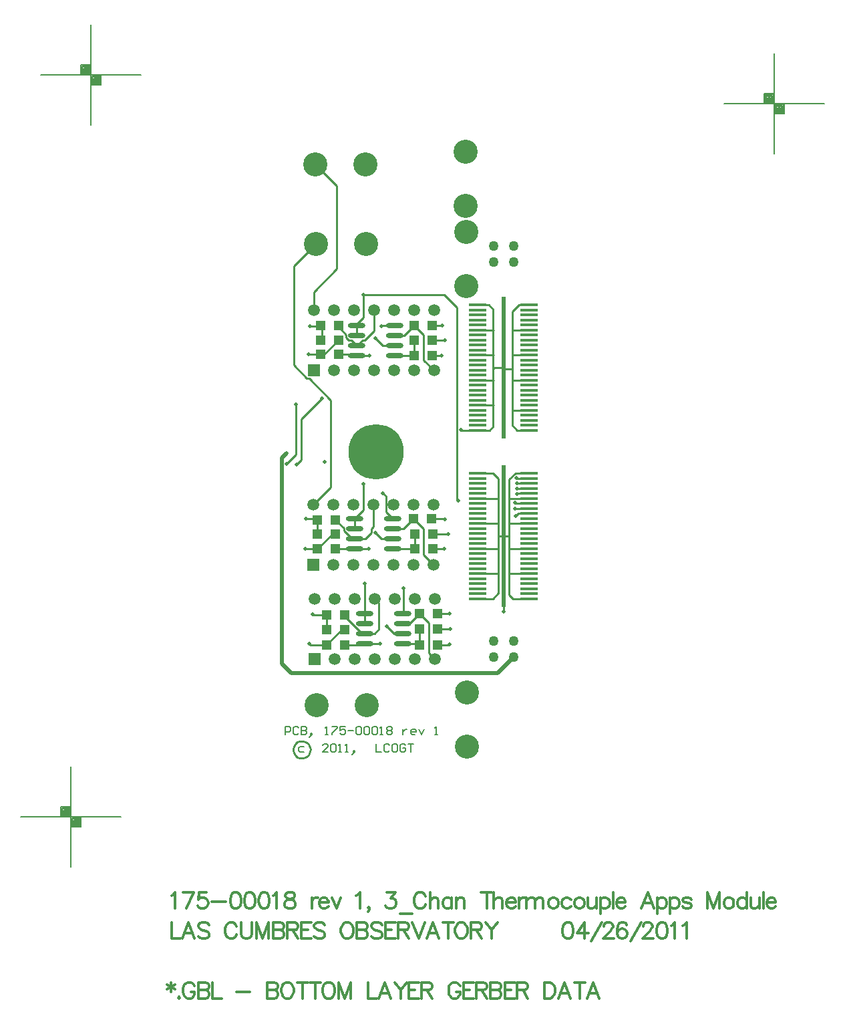
<source format=gbl>
%FSLAX23Y23*%
%MOIN*%
G70*
G01*
G75*
G04 Layer_Physical_Order=4*
G04 Layer_Color=16711680*
%ADD10O,0.024X0.079*%
%ADD11R,0.070X0.135*%
%ADD12R,0.039X0.059*%
%ADD13C,0.010*%
%ADD14C,0.020*%
%ADD15C,0.012*%
%ADD16C,0.008*%
%ADD17C,0.012*%
%ADD18C,0.012*%
%ADD19C,0.120*%
%ADD20C,0.050*%
%ADD21C,0.059*%
%ADD22R,0.059X0.059*%
%ADD23C,0.276*%
%ADD24C,0.020*%
%ADD25C,0.040*%
%ADD26C,0.110*%
G04:AMPARAMS|DCode=27|XSize=130mil|YSize=130mil|CornerRadius=0mil|HoleSize=0mil|Usage=FLASHONLY|Rotation=0.000|XOffset=0mil|YOffset=0mil|HoleType=Round|Shape=Relief|Width=10mil|Gap=10mil|Entries=4|*
%AMTHD27*
7,0,0,0.130,0.110,0.010,45*
%
%ADD27THD27*%
%ADD28C,0.065*%
G04:AMPARAMS|DCode=29|XSize=85mil|YSize=85mil|CornerRadius=0mil|HoleSize=0mil|Usage=FLASHONLY|Rotation=0.000|XOffset=0mil|YOffset=0mil|HoleType=Round|Shape=Relief|Width=10mil|Gap=10mil|Entries=4|*
%AMTHD29*
7,0,0,0.085,0.065,0.010,45*
%
%ADD29THD29*%
%ADD30C,0.075*%
G04:AMPARAMS|DCode=31|XSize=95.433mil|YSize=95.433mil|CornerRadius=0mil|HoleSize=0mil|Usage=FLASHONLY|Rotation=0.000|XOffset=0mil|YOffset=0mil|HoleType=Round|Shape=Relief|Width=10mil|Gap=10mil|Entries=4|*
%AMTHD31*
7,0,0,0.095,0.075,0.010,45*
%
%ADD31THD31*%
%ADD32C,0.197*%
G04:AMPARAMS|DCode=33|XSize=70mil|YSize=70mil|CornerRadius=0mil|HoleSize=0mil|Usage=FLASHONLY|Rotation=0.000|XOffset=0mil|YOffset=0mil|HoleType=Round|Shape=Relief|Width=10mil|Gap=10mil|Entries=4|*
%AMTHD33*
7,0,0,0.070,0.050,0.010,45*
%
%ADD33THD33*%
%ADD34R,0.050X0.050*%
%ADD35O,0.087X0.024*%
%ADD36R,0.020X0.709*%
%ADD37R,0.085X0.016*%
D13*
X24897Y16590D02*
X24895Y16600D01*
X24892Y16609D01*
X24887Y16617D01*
X24879Y16624D01*
X24871Y16629D01*
X24861Y16632D01*
X24852Y16633D01*
X24842Y16631D01*
X24833Y16627D01*
X24825Y16621D01*
X24819Y16613D01*
X24814Y16605D01*
X24812Y16595D01*
Y16585D01*
X24814Y16576D01*
X24819Y16567D01*
X24825Y16559D01*
X24833Y16553D01*
X24842Y16549D01*
X24852Y16548D01*
X24861Y16548D01*
X24871Y16551D01*
X24879Y16556D01*
X24887Y16563D01*
X24892Y16571D01*
X24895Y16580D01*
X24897Y16590D01*
X25648Y18184D02*
X25649Y18183D01*
X25733D01*
X25810Y18488D02*
X25818Y18496D01*
X25810Y18488D02*
Y18558D01*
Y18433D02*
Y18488D01*
X25818Y18496D02*
X25861D01*
X25905Y18487D02*
Y18775D01*
Y18208D02*
Y18487D01*
X25870D02*
X25905D01*
X25810Y18683D02*
Y18785D01*
Y18558D02*
Y18683D01*
Y18308D02*
Y18433D01*
Y18201D02*
Y18308D01*
Y18558D02*
X25811D01*
X25733D02*
X25810D01*
Y18683D02*
X25811D01*
X25733D02*
X25810D01*
Y18433D02*
X25811D01*
X25733D02*
X25810D01*
Y18308D02*
X25811D01*
X25733D02*
X25810D01*
X25861Y18496D02*
X25870Y18487D01*
X25906Y18283D02*
X25989D01*
X25906Y18433D02*
X25989D01*
X25906Y18558D02*
X25989D01*
X25906Y18683D02*
X25989D01*
X25938Y18808D02*
X25989D01*
X25905Y18775D02*
X25938Y18808D01*
X25905Y18208D02*
X25930Y18183D01*
X25989D01*
X25733D02*
X25792D01*
X25810Y18201D01*
X25787Y18808D02*
X25810Y18785D01*
X25733Y18808D02*
X25787D01*
X25462Y18532D02*
X25514Y18480D01*
X25462Y18532D02*
Y18657D01*
X25414Y18705D02*
X25462Y18657D01*
X25364Y18655D02*
X25414Y18705D01*
X25319Y18655D02*
X25364D01*
X25223Y18640D02*
X25258Y18605D01*
X25319D01*
X25256Y18705D02*
X25319D01*
X25253Y18702D02*
X25256Y18705D01*
X24889Y18561D02*
X24890Y18560D01*
X24949D01*
X25214Y18677D02*
Y18780D01*
X25170Y18633D02*
X25214Y18677D01*
X25158Y18633D02*
X25170D01*
X25130Y18605D02*
X25158Y18633D01*
X25101D02*
X25130Y18605D01*
X25089Y18633D02*
X25101D01*
X25076Y18646D02*
X25089Y18633D01*
X25076Y18646D02*
Y18658D01*
X25037Y18697D02*
X25076Y18658D01*
X25037Y18697D02*
Y18704D01*
X24951Y18702D02*
X24954Y18705D01*
X25162Y18745D02*
Y18858D01*
X25130Y18713D02*
X25162Y18745D01*
X25130Y18705D02*
Y18713D01*
Y18655D02*
Y18705D01*
X25125Y18560D02*
X25130Y18555D01*
X25130Y18554D01*
X25504Y18630D02*
X25566D01*
X25567Y18631D01*
X25130Y18554D02*
X25192D01*
X25044Y18560D02*
X25125D01*
X25414Y18555D02*
Y18630D01*
X25319Y18555D02*
X25414D01*
X25567Y17741D02*
X25569Y17739D01*
X25503Y17741D02*
X25567D01*
X25508Y17591D02*
X25566D01*
X24876Y17740D02*
X24929D01*
X24933Y17736D01*
Y17666D02*
Y17736D01*
X25274Y17775D02*
X25308Y17741D01*
X25274Y17775D02*
Y17854D01*
X25259Y17868D02*
X25274Y17854D01*
X24871Y17592D02*
X24872Y17591D01*
X24933D01*
X25008Y17666D01*
X25023D01*
X25161Y17784D02*
Y17915D01*
X25119Y17741D02*
X25161Y17784D01*
X25119Y17691D02*
Y17741D01*
X25213Y17703D02*
Y17811D01*
X25201Y17691D02*
X25213Y17703D01*
X25201Y17671D02*
Y17691D01*
X25172Y17642D02*
X25201Y17671D01*
X25120Y17642D02*
X25172D01*
X25119Y17641D02*
X25120Y17642D01*
X25106Y17641D02*
X25119D01*
X25065Y17682D02*
X25106Y17641D01*
X25065Y17682D02*
Y17694D01*
X25023Y17736D02*
X25065Y17694D01*
X25508Y17666D02*
X25510Y17664D01*
X25585D01*
X25188Y17591D02*
X25189Y17590D01*
X25119Y17591D02*
X25188D01*
X25023D02*
X25119D01*
X25221Y17671D02*
X25251Y17641D01*
X25308D01*
X25418Y17591D02*
Y17666D01*
X25308Y17591D02*
X25418D01*
X25308Y17691D02*
X25363D01*
X25413Y17741D01*
X25461Y17693D01*
Y17563D02*
Y17693D01*
Y17563D02*
X25513Y17511D01*
X25068Y17256D02*
Y17263D01*
Y17256D02*
X25156Y17168D01*
X25168D01*
Y17417D02*
X25169Y17417D01*
X25168Y17268D02*
Y17417D01*
Y17218D02*
Y17268D01*
X25218Y17343D02*
X25240Y17321D01*
Y17190D02*
Y17321D01*
X25218Y17168D02*
X25240Y17190D01*
X25168Y17168D02*
X25218D01*
X25357Y17268D02*
X25363Y17274D01*
Y17396D01*
X24893Y17118D02*
X24898Y17113D01*
X24978D01*
X25592Y17268D02*
X25593Y17267D01*
X25533Y17268D02*
X25592D01*
X25591Y17113D02*
X25592Y17114D01*
X25533Y17113D02*
X25591D01*
X25488Y17073D02*
X25518Y17043D01*
X25488Y17073D02*
Y17223D01*
X25443Y17268D02*
X25488Y17223D01*
X25393Y17218D02*
X25443Y17268D01*
X25357Y17218D02*
X25393D01*
X25278Y17206D02*
X25316Y17168D01*
X25357D01*
X25438Y17118D02*
X25443Y17123D01*
Y17193D01*
X25357Y17118D02*
X25438D01*
X25168D02*
X25169Y17118D01*
X25163Y17113D02*
X25168Y17118D01*
X25533Y17193D02*
X25595D01*
X25169Y17118D02*
X25246D01*
X25068Y17113D02*
X25163D01*
X24978D02*
X25055Y17190D01*
X24910Y17264D02*
X24911Y17263D01*
X24978D01*
Y17188D02*
Y17263D01*
X25733Y17343D02*
X25807D01*
X25733Y17593D02*
X25830D01*
X25733Y17468D02*
X25830D01*
X25807Y17343D02*
X25834Y17370D01*
X25861Y17278D02*
X25862Y17277D01*
X25834Y17370D02*
Y17656D01*
X25861Y17656D02*
X25890D01*
X25834D02*
X25861D01*
X25733Y17843D02*
X25830D01*
X25733Y17718D02*
X25830D01*
X25733Y17968D02*
X25807D01*
X25834Y17941D01*
X25861Y17278D02*
Y17656D01*
X25834Y17656D02*
Y17941D01*
Y17656D02*
X25834Y17656D01*
X25890Y17466D02*
Y17656D01*
Y17362D02*
X25909Y17343D01*
X25890Y17362D02*
Y17466D01*
X25892Y17468D01*
X25909Y17343D02*
X25989D01*
X25892Y17593D02*
X25989D01*
X25892Y17468D02*
X25989D01*
X25890Y17656D02*
Y17937D01*
X25890Y17656D02*
X25890Y17656D01*
Y17937D02*
X25921Y17968D01*
X25892Y17718D02*
X25989D01*
X25892Y17843D02*
X25989D01*
X25921Y17968D02*
X25989D01*
X25930Y17865D02*
X25933Y17868D01*
X25989D01*
X25930Y17893D02*
X25989D01*
X25928Y17891D02*
X25930Y17893D01*
X25928Y17918D02*
X25989D01*
X25927Y17917D02*
X25928Y17918D01*
X25927Y17943D02*
X25989D01*
X25926Y17944D02*
X25927Y17943D01*
X24824Y18060D02*
Y18312D01*
X24779Y18015D02*
X24824Y18060D01*
X24853Y18239D02*
X24954Y18340D01*
X24853Y18035D02*
Y18239D01*
X24829Y18011D02*
X24853Y18035D01*
X24913Y17811D02*
X24999Y17897D01*
Y18332D01*
X24891Y18440D02*
X24999Y18332D01*
X24880Y18440D02*
X24891D01*
X24814Y18507D02*
X24880Y18440D01*
X24814Y18507D02*
Y19000D01*
X24923Y19109D01*
X24914Y18780D02*
Y18872D01*
X25030Y18988D01*
Y19402D01*
X24923Y19509D02*
X25030Y19402D01*
X25936Y17768D02*
X25989D01*
X25922Y17754D02*
X25936Y17768D01*
X25919Y17793D02*
X25989D01*
X25917Y17791D02*
X25919Y17793D01*
X25919Y17818D02*
X25989D01*
X25917Y17820D02*
X25919Y17818D01*
X25628Y17839D02*
X25634Y17833D01*
X25628Y17839D02*
Y18796D01*
X25566Y18858D02*
X25628Y18796D01*
X25162Y18858D02*
X25566D01*
X24966Y18560D02*
X25037Y18631D01*
X24949Y18560D02*
X24966D01*
X25504Y18555D02*
X25551D01*
X25551Y18555D01*
X25504Y18705D02*
X25555D01*
X25556Y18704D01*
X24954Y18630D02*
Y18704D01*
X24895Y18702D02*
X24951D01*
X24954Y18704D02*
Y18705D01*
D14*
X25832Y16972D02*
X25911Y17051D01*
X24801Y16972D02*
X25832D01*
X24754Y17019D02*
X24801Y16972D01*
X24754Y17019D02*
Y18045D01*
X24778Y18069D01*
D15*
X24202Y15429D02*
Y15383D01*
X24183Y15418D02*
X24221Y15395D01*
Y15418D02*
X24183Y15395D01*
X24241Y15357D02*
X24238Y15353D01*
X24241Y15349D01*
X24245Y15353D01*
X24241Y15357D01*
X24320Y15410D02*
X24316Y15418D01*
X24308Y15425D01*
X24301Y15429D01*
X24286D01*
X24278Y15425D01*
X24270Y15418D01*
X24266Y15410D01*
X24263Y15399D01*
Y15380D01*
X24266Y15368D01*
X24270Y15361D01*
X24278Y15353D01*
X24286Y15349D01*
X24301D01*
X24308Y15353D01*
X24316Y15361D01*
X24320Y15368D01*
Y15380D01*
X24301D02*
X24320D01*
X24338Y15429D02*
Y15349D01*
Y15429D02*
X24372D01*
X24384Y15425D01*
X24388Y15421D01*
X24391Y15414D01*
Y15406D01*
X24388Y15399D01*
X24384Y15395D01*
X24372Y15391D01*
X24338D02*
X24372D01*
X24384Y15387D01*
X24388Y15383D01*
X24391Y15376D01*
Y15364D01*
X24388Y15357D01*
X24384Y15353D01*
X24372Y15349D01*
X24338D01*
X24409Y15429D02*
Y15349D01*
X24455D01*
X24527Y15383D02*
X24595D01*
X24682Y15429D02*
Y15349D01*
Y15429D02*
X24716D01*
X24727Y15425D01*
X24731Y15421D01*
X24735Y15414D01*
Y15406D01*
X24731Y15399D01*
X24727Y15395D01*
X24716Y15391D01*
X24682D02*
X24716D01*
X24727Y15387D01*
X24731Y15383D01*
X24735Y15376D01*
Y15364D01*
X24731Y15357D01*
X24727Y15353D01*
X24716Y15349D01*
X24682D01*
X24776Y15429D02*
X24768Y15425D01*
X24760Y15418D01*
X24757Y15410D01*
X24753Y15399D01*
Y15380D01*
X24757Y15368D01*
X24760Y15361D01*
X24768Y15353D01*
X24776Y15349D01*
X24791D01*
X24799Y15353D01*
X24806Y15361D01*
X24810Y15368D01*
X24814Y15380D01*
Y15399D01*
X24810Y15410D01*
X24806Y15418D01*
X24799Y15425D01*
X24791Y15429D01*
X24776D01*
X24859D02*
Y15349D01*
X24832Y15429D02*
X24886D01*
X24922D02*
Y15349D01*
X24895Y15429D02*
X24949D01*
X24981D02*
X24973Y15425D01*
X24966Y15418D01*
X24962Y15410D01*
X24958Y15399D01*
Y15380D01*
X24962Y15368D01*
X24966Y15361D01*
X24973Y15353D01*
X24981Y15349D01*
X24996D01*
X25004Y15353D01*
X25011Y15361D01*
X25015Y15368D01*
X25019Y15380D01*
Y15399D01*
X25015Y15410D01*
X25011Y15418D01*
X25004Y15425D01*
X24996Y15429D01*
X24981D01*
X25038D02*
Y15349D01*
Y15429D02*
X25068Y15349D01*
X25099Y15429D02*
X25068Y15349D01*
X25099Y15429D02*
Y15349D01*
X25184Y15429D02*
Y15349D01*
X25230D01*
X25300D02*
X25269Y15429D01*
X25239Y15349D01*
X25250Y15376D02*
X25288D01*
X25318Y15429D02*
X25349Y15391D01*
Y15349D01*
X25379Y15429D02*
X25349Y15391D01*
X25439Y15429D02*
X25390D01*
Y15349D01*
X25439D01*
X25390Y15391D02*
X25420D01*
X25452Y15429D02*
Y15349D01*
Y15429D02*
X25487D01*
X25498Y15425D01*
X25502Y15421D01*
X25506Y15414D01*
Y15406D01*
X25502Y15399D01*
X25498Y15395D01*
X25487Y15391D01*
X25452D01*
X25479D02*
X25506Y15349D01*
X25644Y15410D02*
X25640Y15418D01*
X25632Y15425D01*
X25625Y15429D01*
X25609D01*
X25602Y15425D01*
X25594Y15418D01*
X25590Y15410D01*
X25587Y15399D01*
Y15380D01*
X25590Y15368D01*
X25594Y15361D01*
X25602Y15353D01*
X25609Y15349D01*
X25625D01*
X25632Y15353D01*
X25640Y15361D01*
X25644Y15368D01*
Y15380D01*
X25625D02*
X25644D01*
X25711Y15429D02*
X25662D01*
Y15349D01*
X25711D01*
X25662Y15391D02*
X25692D01*
X25725Y15429D02*
Y15349D01*
Y15429D02*
X25759D01*
X25771Y15425D01*
X25774Y15421D01*
X25778Y15414D01*
Y15406D01*
X25774Y15399D01*
X25771Y15395D01*
X25759Y15391D01*
X25725D01*
X25751D02*
X25778Y15349D01*
X25796Y15429D02*
Y15349D01*
Y15429D02*
X25830D01*
X25842Y15425D01*
X25846Y15421D01*
X25849Y15414D01*
Y15406D01*
X25846Y15399D01*
X25842Y15395D01*
X25830Y15391D01*
X25796D02*
X25830D01*
X25842Y15387D01*
X25846Y15383D01*
X25849Y15376D01*
Y15364D01*
X25846Y15357D01*
X25842Y15353D01*
X25830Y15349D01*
X25796D01*
X25917Y15429D02*
X25867D01*
Y15349D01*
X25917D01*
X25867Y15391D02*
X25898D01*
X25930Y15429D02*
Y15349D01*
Y15429D02*
X25964D01*
X25976Y15425D01*
X25980Y15421D01*
X25983Y15414D01*
Y15406D01*
X25980Y15399D01*
X25976Y15395D01*
X25964Y15391D01*
X25930D01*
X25957D02*
X25983Y15349D01*
X26064Y15429D02*
Y15349D01*
Y15429D02*
X26091D01*
X26102Y15425D01*
X26110Y15418D01*
X26114Y15410D01*
X26117Y15399D01*
Y15380D01*
X26114Y15368D01*
X26110Y15361D01*
X26102Y15353D01*
X26091Y15349D01*
X26064D01*
X26196D02*
X26166Y15429D01*
X26135Y15349D01*
X26147Y15376D02*
X26185D01*
X26242Y15429D02*
Y15349D01*
X26215Y15429D02*
X26268D01*
X26339Y15349D02*
X26308Y15429D01*
X26278Y15349D01*
X26289Y15376D02*
X26327D01*
D16*
X24772Y16664D02*
Y16704D01*
X24792D01*
X24799Y16697D01*
Y16684D01*
X24792Y16677D01*
X24772D01*
X24839Y16697D02*
X24832Y16704D01*
X24819D01*
X24812Y16697D01*
Y16671D01*
X24819Y16664D01*
X24832D01*
X24839Y16671D01*
X24852Y16704D02*
Y16664D01*
X24872D01*
X24879Y16671D01*
Y16677D01*
X24872Y16684D01*
X24852D01*
X24872D01*
X24879Y16691D01*
Y16697D01*
X24872Y16704D01*
X24852D01*
X24899Y16657D02*
X24905Y16664D01*
Y16671D01*
X24899D01*
Y16664D01*
X24905D01*
X24899Y16657D01*
X24892Y16651D01*
X24972Y16664D02*
X24985D01*
X24979D01*
Y16704D01*
X24972Y16697D01*
X25005Y16704D02*
X25032D01*
Y16697D01*
X25005Y16671D01*
Y16664D01*
X25072Y16704D02*
X25045D01*
Y16684D01*
X25059Y16691D01*
X25065D01*
X25072Y16684D01*
Y16671D01*
X25065Y16664D01*
X25052D01*
X25045Y16671D01*
X25085Y16684D02*
X25112D01*
X25125Y16697D02*
X25132Y16704D01*
X25145D01*
X25152Y16697D01*
Y16671D01*
X25145Y16664D01*
X25132D01*
X25125Y16671D01*
Y16697D01*
X25165D02*
X25172Y16704D01*
X25185D01*
X25192Y16697D01*
Y16671D01*
X25185Y16664D01*
X25172D01*
X25165Y16671D01*
Y16697D01*
X25205D02*
X25212Y16704D01*
X25225D01*
X25232Y16697D01*
Y16671D01*
X25225Y16664D01*
X25212D01*
X25205Y16671D01*
Y16697D01*
X25245Y16664D02*
X25259D01*
X25252D01*
Y16704D01*
X25245Y16697D01*
X25279D02*
X25285Y16704D01*
X25299D01*
X25305Y16697D01*
Y16691D01*
X25299Y16684D01*
X25305Y16677D01*
Y16671D01*
X25299Y16664D01*
X25285D01*
X25279Y16671D01*
Y16677D01*
X25285Y16684D01*
X25279Y16691D01*
Y16697D01*
X25285Y16684D02*
X25299D01*
X25359Y16691D02*
Y16664D01*
Y16677D01*
X25365Y16684D01*
X25372Y16691D01*
X25379D01*
X25419Y16664D02*
X25405D01*
X25399Y16671D01*
Y16684D01*
X25405Y16691D01*
X25419D01*
X25425Y16684D01*
Y16677D01*
X25399D01*
X25439Y16691D02*
X25452Y16664D01*
X25465Y16691D01*
X25518Y16664D02*
X25532D01*
X25525D01*
Y16704D01*
X25518Y16697D01*
X24866Y16604D02*
X24846D01*
X24839Y16597D01*
Y16584D01*
X24846Y16577D01*
X24866D01*
X24986D02*
X24959D01*
X24986Y16604D01*
Y16610D01*
X24979Y16617D01*
X24966D01*
X24959Y16610D01*
X24999D02*
X25006Y16617D01*
X25019D01*
X25026Y16610D01*
Y16584D01*
X25019Y16577D01*
X25006D01*
X24999Y16584D01*
Y16610D01*
X25039Y16577D02*
X25052D01*
X25046D01*
Y16617D01*
X25039Y16610D01*
X25072Y16577D02*
X25086D01*
X25079D01*
Y16617D01*
X25072Y16610D01*
X25112Y16570D02*
X25119Y16577D01*
Y16584D01*
X25112D01*
Y16577D01*
X25119D01*
X25112Y16570D01*
X25106Y16564D01*
X25226Y16617D02*
Y16577D01*
X25252D01*
X25292Y16610D02*
X25286Y16617D01*
X25272D01*
X25266Y16610D01*
Y16584D01*
X25272Y16577D01*
X25286D01*
X25292Y16584D01*
X25326Y16617D02*
X25312D01*
X25306Y16610D01*
Y16584D01*
X25312Y16577D01*
X25326D01*
X25332Y16584D01*
Y16610D01*
X25326Y16617D01*
X25372Y16610D02*
X25366Y16617D01*
X25352D01*
X25346Y16610D01*
Y16584D01*
X25352Y16577D01*
X25366D01*
X25372Y16584D01*
Y16597D01*
X25359D01*
X25386Y16617D02*
X25412D01*
X25399D01*
Y16577D01*
X26963Y19813D02*
X27463D01*
X27213Y19563D02*
Y20063D01*
X27163Y19813D02*
Y19863D01*
X27213D01*
X27263Y19763D02*
Y19813D01*
X27213Y19763D02*
X27263D01*
X27218Y19808D02*
X27258D01*
Y19768D02*
Y19808D01*
X27218Y19768D02*
X27258D01*
X27218D02*
Y19808D01*
X27223Y19803D02*
X27253D01*
Y19773D02*
Y19803D01*
X27223Y19773D02*
X27253D01*
X27223D02*
Y19798D01*
X27228D02*
X27248D01*
Y19778D02*
Y19798D01*
X27228Y19778D02*
X27248D01*
X27228D02*
Y19793D01*
X27233D02*
X27243D01*
Y19783D02*
Y19793D01*
X27233Y19783D02*
X27243D01*
X27233D02*
Y19793D01*
Y19788D02*
X27243D01*
X27168Y19858D02*
X27208D01*
Y19818D02*
Y19858D01*
X27168Y19818D02*
X27208D01*
X27168D02*
Y19858D01*
X27173Y19853D02*
X27203D01*
Y19823D02*
Y19853D01*
X27173Y19823D02*
X27203D01*
X27173D02*
Y19848D01*
X27178D02*
X27198D01*
Y19828D02*
Y19848D01*
X27178Y19828D02*
X27198D01*
X27178D02*
Y19843D01*
X27183D02*
X27193D01*
Y19833D02*
Y19843D01*
X27183Y19833D02*
X27193D01*
X27183D02*
Y19843D01*
Y19838D02*
X27193D01*
X23552Y19954D02*
X24052D01*
X23802Y19704D02*
Y20204D01*
X23752Y19954D02*
Y20004D01*
X23802D01*
X23852Y19904D02*
Y19954D01*
X23802Y19904D02*
X23852D01*
X23807Y19949D02*
X23847D01*
Y19909D02*
Y19949D01*
X23807Y19909D02*
X23847D01*
X23807D02*
Y19949D01*
X23812Y19944D02*
X23842D01*
Y19914D02*
Y19944D01*
X23812Y19914D02*
X23842D01*
X23812D02*
Y19939D01*
X23817D02*
X23837D01*
Y19919D02*
Y19939D01*
X23817Y19919D02*
X23837D01*
X23817D02*
Y19934D01*
X23822D02*
X23832D01*
Y19924D02*
Y19934D01*
X23822Y19924D02*
X23832D01*
X23822D02*
Y19934D01*
Y19929D02*
X23832D01*
X23757Y19999D02*
X23797D01*
Y19959D02*
Y19999D01*
X23757Y19959D02*
X23797D01*
X23757D02*
Y19999D01*
X23762Y19994D02*
X23792D01*
Y19964D02*
Y19994D01*
X23762Y19964D02*
X23792D01*
X23762D02*
Y19989D01*
X23767D02*
X23787D01*
Y19969D02*
Y19989D01*
X23767Y19969D02*
X23787D01*
X23767D02*
Y19984D01*
X23772D02*
X23782D01*
Y19974D02*
Y19984D01*
X23772Y19974D02*
X23782D01*
X23772D02*
Y19984D01*
Y19979D02*
X23782D01*
X23453Y16254D02*
X23953D01*
X23703Y16004D02*
Y16504D01*
X23653Y16254D02*
Y16304D01*
X23703D01*
X23753Y16204D02*
Y16254D01*
X23703Y16204D02*
X23753D01*
X23708Y16249D02*
X23748D01*
Y16209D02*
Y16249D01*
X23708Y16209D02*
X23748D01*
X23708D02*
Y16249D01*
X23713Y16244D02*
X23743D01*
Y16214D02*
Y16244D01*
X23713Y16214D02*
X23743D01*
X23713D02*
Y16239D01*
X23718D02*
X23738D01*
Y16219D02*
Y16239D01*
X23718Y16219D02*
X23738D01*
X23718D02*
Y16234D01*
X23723D02*
X23733D01*
Y16224D02*
Y16234D01*
X23723Y16224D02*
X23733D01*
X23723D02*
Y16234D01*
Y16229D02*
X23733D01*
X23658Y16299D02*
X23698D01*
Y16259D02*
Y16299D01*
X23658Y16259D02*
X23698D01*
X23658D02*
Y16299D01*
X23663Y16294D02*
X23693D01*
Y16264D02*
Y16294D01*
X23663Y16264D02*
X23693D01*
X23663D02*
Y16289D01*
X23668D02*
X23688D01*
Y16269D02*
Y16289D01*
X23668Y16269D02*
X23688D01*
X23668D02*
Y16284D01*
X23673D02*
X23683D01*
Y16274D02*
Y16284D01*
X23673Y16274D02*
X23683D01*
X23673D02*
Y16284D01*
Y16279D02*
X23683D01*
D17*
X24204Y15862D02*
X24212Y15866D01*
X24223Y15878D01*
Y15798D01*
X24316Y15878D02*
X24278Y15798D01*
X24263Y15878D02*
X24316D01*
X24380D02*
X24342D01*
X24338Y15843D01*
X24342Y15847D01*
X24353Y15851D01*
X24364D01*
X24376Y15847D01*
X24383Y15840D01*
X24387Y15828D01*
Y15821D01*
X24383Y15809D01*
X24376Y15801D01*
X24364Y15798D01*
X24353D01*
X24342Y15801D01*
X24338Y15805D01*
X24334Y15813D01*
X24405Y15832D02*
X24474D01*
X24520Y15878D02*
X24509Y15874D01*
X24501Y15862D01*
X24497Y15843D01*
Y15832D01*
X24501Y15813D01*
X24509Y15801D01*
X24520Y15798D01*
X24528D01*
X24539Y15801D01*
X24547Y15813D01*
X24551Y15832D01*
Y15843D01*
X24547Y15862D01*
X24539Y15874D01*
X24528Y15878D01*
X24520D01*
X24591D02*
X24580Y15874D01*
X24572Y15862D01*
X24569Y15843D01*
Y15832D01*
X24572Y15813D01*
X24580Y15801D01*
X24591Y15798D01*
X24599D01*
X24610Y15801D01*
X24618Y15813D01*
X24622Y15832D01*
Y15843D01*
X24618Y15862D01*
X24610Y15874D01*
X24599Y15878D01*
X24591D01*
X24663D02*
X24651Y15874D01*
X24644Y15862D01*
X24640Y15843D01*
Y15832D01*
X24644Y15813D01*
X24651Y15801D01*
X24663Y15798D01*
X24670D01*
X24682Y15801D01*
X24689Y15813D01*
X24693Y15832D01*
Y15843D01*
X24689Y15862D01*
X24682Y15874D01*
X24670Y15878D01*
X24663D01*
X24711Y15862D02*
X24719Y15866D01*
X24730Y15878D01*
Y15798D01*
X24789Y15878D02*
X24777Y15874D01*
X24773Y15866D01*
Y15859D01*
X24777Y15851D01*
X24785Y15847D01*
X24800Y15843D01*
X24812Y15840D01*
X24819Y15832D01*
X24823Y15824D01*
Y15813D01*
X24819Y15805D01*
X24815Y15801D01*
X24804Y15798D01*
X24789D01*
X24777Y15801D01*
X24773Y15805D01*
X24770Y15813D01*
Y15824D01*
X24773Y15832D01*
X24781Y15840D01*
X24793Y15843D01*
X24808Y15847D01*
X24815Y15851D01*
X24819Y15859D01*
Y15866D01*
X24815Y15874D01*
X24804Y15878D01*
X24789D01*
X24904Y15851D02*
Y15798D01*
Y15828D02*
X24908Y15840D01*
X24915Y15847D01*
X24923Y15851D01*
X24934D01*
X24941Y15828D02*
X24987D01*
Y15836D01*
X24983Y15843D01*
X24980Y15847D01*
X24972Y15851D01*
X24960D01*
X24953Y15847D01*
X24945Y15840D01*
X24941Y15828D01*
Y15821D01*
X24945Y15809D01*
X24953Y15801D01*
X24960Y15798D01*
X24972D01*
X24980Y15801D01*
X24987Y15809D01*
X25004Y15851D02*
X25027Y15798D01*
X25050Y15851D02*
X25027Y15798D01*
X25126Y15862D02*
X25133Y15866D01*
X25145Y15878D01*
Y15798D01*
X25192Y15801D02*
X25188Y15798D01*
X25184Y15801D01*
X25188Y15805D01*
X25192Y15801D01*
Y15794D01*
X25188Y15786D01*
X25184Y15782D01*
X25280Y15878D02*
X25322D01*
X25299Y15847D01*
X25311D01*
X25318Y15843D01*
X25322Y15840D01*
X25326Y15828D01*
Y15821D01*
X25322Y15809D01*
X25314Y15801D01*
X25303Y15798D01*
X25291D01*
X25280Y15801D01*
X25276Y15805D01*
X25272Y15813D01*
X25344Y15771D02*
X25405D01*
X25472Y15859D02*
X25468Y15866D01*
X25461Y15874D01*
X25453Y15878D01*
X25438D01*
X25430Y15874D01*
X25422Y15866D01*
X25419Y15859D01*
X25415Y15847D01*
Y15828D01*
X25419Y15817D01*
X25422Y15809D01*
X25430Y15801D01*
X25438Y15798D01*
X25453D01*
X25461Y15801D01*
X25468Y15809D01*
X25472Y15817D01*
X25494Y15878D02*
Y15798D01*
Y15836D02*
X25506Y15847D01*
X25514Y15851D01*
X25525D01*
X25533Y15847D01*
X25536Y15836D01*
Y15798D01*
X25603Y15851D02*
Y15798D01*
Y15840D02*
X25595Y15847D01*
X25588Y15851D01*
X25576D01*
X25569Y15847D01*
X25561Y15840D01*
X25557Y15828D01*
Y15821D01*
X25561Y15809D01*
X25569Y15801D01*
X25576Y15798D01*
X25588D01*
X25595Y15801D01*
X25603Y15809D01*
X25624Y15851D02*
Y15798D01*
Y15836D02*
X25636Y15847D01*
X25643Y15851D01*
X25655D01*
X25662Y15847D01*
X25666Y15836D01*
Y15798D01*
X25777Y15878D02*
Y15798D01*
X25750Y15878D02*
X25803D01*
X25813D02*
Y15798D01*
Y15836D02*
X25824Y15847D01*
X25832Y15851D01*
X25843D01*
X25851Y15847D01*
X25855Y15836D01*
Y15798D01*
X25876Y15828D02*
X25921D01*
Y15836D01*
X25918Y15843D01*
X25914Y15847D01*
X25906Y15851D01*
X25895D01*
X25887Y15847D01*
X25880Y15840D01*
X25876Y15828D01*
Y15821D01*
X25880Y15809D01*
X25887Y15801D01*
X25895Y15798D01*
X25906D01*
X25914Y15801D01*
X25921Y15809D01*
X25939Y15851D02*
Y15798D01*
Y15828D02*
X25942Y15840D01*
X25950Y15847D01*
X25958Y15851D01*
X25969D01*
X25976D02*
Y15798D01*
Y15836D02*
X25988Y15847D01*
X25995Y15851D01*
X26007D01*
X26014Y15847D01*
X26018Y15836D01*
Y15798D01*
Y15836D02*
X26030Y15847D01*
X26037Y15851D01*
X26049D01*
X26056Y15847D01*
X26060Y15836D01*
Y15798D01*
X26104Y15851D02*
X26097Y15847D01*
X26089Y15840D01*
X26085Y15828D01*
Y15821D01*
X26089Y15809D01*
X26097Y15801D01*
X26104Y15798D01*
X26116D01*
X26123Y15801D01*
X26131Y15809D01*
X26135Y15821D01*
Y15828D01*
X26131Y15840D01*
X26123Y15847D01*
X26116Y15851D01*
X26104D01*
X26198Y15840D02*
X26190Y15847D01*
X26183Y15851D01*
X26171D01*
X26164Y15847D01*
X26156Y15840D01*
X26152Y15828D01*
Y15821D01*
X26156Y15809D01*
X26164Y15801D01*
X26171Y15798D01*
X26183D01*
X26190Y15801D01*
X26198Y15809D01*
X26234Y15851D02*
X26227Y15847D01*
X26219Y15840D01*
X26215Y15828D01*
Y15821D01*
X26219Y15809D01*
X26227Y15801D01*
X26234Y15798D01*
X26246D01*
X26253Y15801D01*
X26261Y15809D01*
X26265Y15821D01*
Y15828D01*
X26261Y15840D01*
X26253Y15847D01*
X26246Y15851D01*
X26234D01*
X26282D02*
Y15813D01*
X26286Y15801D01*
X26294Y15798D01*
X26305D01*
X26313Y15801D01*
X26324Y15813D01*
Y15851D02*
Y15798D01*
X26345Y15851D02*
Y15771D01*
Y15840D02*
X26353Y15847D01*
X26360Y15851D01*
X26372D01*
X26379Y15847D01*
X26387Y15840D01*
X26391Y15828D01*
Y15821D01*
X26387Y15809D01*
X26379Y15801D01*
X26372Y15798D01*
X26360D01*
X26353Y15801D01*
X26345Y15809D01*
X26408Y15878D02*
Y15798D01*
X26425Y15828D02*
X26470D01*
Y15836D01*
X26466Y15843D01*
X26463Y15847D01*
X26455Y15851D01*
X26444D01*
X26436Y15847D01*
X26428Y15840D01*
X26425Y15828D01*
Y15821D01*
X26428Y15809D01*
X26436Y15801D01*
X26444Y15798D01*
X26455D01*
X26463Y15801D01*
X26470Y15809D01*
X26611Y15798D02*
X26581Y15878D01*
X26550Y15798D01*
X26562Y15824D02*
X26600D01*
X26630Y15851D02*
Y15771D01*
Y15840D02*
X26637Y15847D01*
X26645Y15851D01*
X26657D01*
X26664Y15847D01*
X26672Y15840D01*
X26676Y15828D01*
Y15821D01*
X26672Y15809D01*
X26664Y15801D01*
X26657Y15798D01*
X26645D01*
X26637Y15801D01*
X26630Y15809D01*
X26693Y15851D02*
Y15771D01*
Y15840D02*
X26700Y15847D01*
X26708Y15851D01*
X26719D01*
X26727Y15847D01*
X26735Y15840D01*
X26738Y15828D01*
Y15821D01*
X26735Y15809D01*
X26727Y15801D01*
X26719Y15798D01*
X26708D01*
X26700Y15801D01*
X26693Y15809D01*
X26797Y15840D02*
X26794Y15847D01*
X26782Y15851D01*
X26771D01*
X26759Y15847D01*
X26756Y15840D01*
X26759Y15832D01*
X26767Y15828D01*
X26786Y15824D01*
X26794Y15821D01*
X26797Y15813D01*
Y15809D01*
X26794Y15801D01*
X26782Y15798D01*
X26771D01*
X26759Y15801D01*
X26756Y15809D01*
X26877Y15878D02*
Y15798D01*
Y15878D02*
X26908Y15798D01*
X26938Y15878D02*
X26908Y15798D01*
X26938Y15878D02*
Y15798D01*
X26980Y15851D02*
X26972Y15847D01*
X26965Y15840D01*
X26961Y15828D01*
Y15821D01*
X26965Y15809D01*
X26972Y15801D01*
X26980Y15798D01*
X26991D01*
X26999Y15801D01*
X27007Y15809D01*
X27010Y15821D01*
Y15828D01*
X27007Y15840D01*
X26999Y15847D01*
X26991Y15851D01*
X26980D01*
X27074Y15878D02*
Y15798D01*
Y15840D02*
X27066Y15847D01*
X27058Y15851D01*
X27047D01*
X27039Y15847D01*
X27032Y15840D01*
X27028Y15828D01*
Y15821D01*
X27032Y15809D01*
X27039Y15801D01*
X27047Y15798D01*
X27058D01*
X27066Y15801D01*
X27074Y15809D01*
X27095Y15851D02*
Y15813D01*
X27099Y15801D01*
X27106Y15798D01*
X27118D01*
X27125Y15801D01*
X27137Y15813D01*
Y15851D02*
Y15798D01*
X27158Y15878D02*
Y15798D01*
X27174Y15828D02*
X27220D01*
Y15836D01*
X27216Y15843D01*
X27213Y15847D01*
X27205Y15851D01*
X27194D01*
X27186Y15847D01*
X27178Y15840D01*
X27174Y15828D01*
Y15821D01*
X27178Y15809D01*
X27186Y15801D01*
X27194Y15798D01*
X27205D01*
X27213Y15801D01*
X27220Y15809D01*
D18*
X24204Y15728D02*
Y15648D01*
X24250D01*
X24319D02*
X24289Y15728D01*
X24259Y15648D01*
X24270Y15674D02*
X24308D01*
X24391Y15716D02*
X24384Y15724D01*
X24372Y15728D01*
X24357D01*
X24346Y15724D01*
X24338Y15716D01*
Y15709D01*
X24342Y15701D01*
X24346Y15697D01*
X24353Y15693D01*
X24376Y15686D01*
X24384Y15682D01*
X24388Y15678D01*
X24391Y15671D01*
Y15659D01*
X24384Y15651D01*
X24372Y15648D01*
X24357D01*
X24346Y15651D01*
X24338Y15659D01*
X24529Y15709D02*
X24526Y15716D01*
X24518Y15724D01*
X24510Y15728D01*
X24495D01*
X24487Y15724D01*
X24480Y15716D01*
X24476Y15709D01*
X24472Y15697D01*
Y15678D01*
X24476Y15667D01*
X24480Y15659D01*
X24487Y15651D01*
X24495Y15648D01*
X24510D01*
X24518Y15651D01*
X24526Y15659D01*
X24529Y15667D01*
X24552Y15728D02*
Y15671D01*
X24556Y15659D01*
X24563Y15651D01*
X24575Y15648D01*
X24582D01*
X24594Y15651D01*
X24601Y15659D01*
X24605Y15671D01*
Y15728D01*
X24627D02*
Y15648D01*
Y15728D02*
X24658Y15648D01*
X24688Y15728D02*
X24658Y15648D01*
X24688Y15728D02*
Y15648D01*
X24711Y15728D02*
Y15648D01*
Y15728D02*
X24745D01*
X24757Y15724D01*
X24761Y15720D01*
X24764Y15712D01*
Y15705D01*
X24761Y15697D01*
X24757Y15693D01*
X24745Y15690D01*
X24711D02*
X24745D01*
X24757Y15686D01*
X24761Y15682D01*
X24764Y15674D01*
Y15663D01*
X24761Y15655D01*
X24757Y15651D01*
X24745Y15648D01*
X24711D01*
X24782Y15728D02*
Y15648D01*
Y15728D02*
X24817D01*
X24828Y15724D01*
X24832Y15720D01*
X24836Y15712D01*
Y15705D01*
X24832Y15697D01*
X24828Y15693D01*
X24817Y15690D01*
X24782D01*
X24809D02*
X24836Y15648D01*
X24903Y15728D02*
X24853D01*
Y15648D01*
X24903D01*
X24853Y15690D02*
X24884D01*
X24970Y15716D02*
X24962Y15724D01*
X24951Y15728D01*
X24935D01*
X24924Y15724D01*
X24916Y15716D01*
Y15709D01*
X24920Y15701D01*
X24924Y15697D01*
X24932Y15693D01*
X24954Y15686D01*
X24962Y15682D01*
X24966Y15678D01*
X24970Y15671D01*
Y15659D01*
X24962Y15651D01*
X24951Y15648D01*
X24935D01*
X24924Y15651D01*
X24916Y15659D01*
X25073Y15728D02*
X25066Y15724D01*
X25058Y15716D01*
X25054Y15709D01*
X25050Y15697D01*
Y15678D01*
X25054Y15667D01*
X25058Y15659D01*
X25066Y15651D01*
X25073Y15648D01*
X25088D01*
X25096Y15651D01*
X25104Y15659D01*
X25108Y15667D01*
X25111Y15678D01*
Y15697D01*
X25108Y15709D01*
X25104Y15716D01*
X25096Y15724D01*
X25088Y15728D01*
X25073D01*
X25130D02*
Y15648D01*
Y15728D02*
X25164D01*
X25176Y15724D01*
X25179Y15720D01*
X25183Y15712D01*
Y15705D01*
X25179Y15697D01*
X25176Y15693D01*
X25164Y15690D01*
X25130D02*
X25164D01*
X25176Y15686D01*
X25179Y15682D01*
X25183Y15674D01*
Y15663D01*
X25179Y15655D01*
X25176Y15651D01*
X25164Y15648D01*
X25130D01*
X25255Y15716D02*
X25247Y15724D01*
X25235Y15728D01*
X25220D01*
X25209Y15724D01*
X25201Y15716D01*
Y15709D01*
X25205Y15701D01*
X25209Y15697D01*
X25216Y15693D01*
X25239Y15686D01*
X25247Y15682D01*
X25251Y15678D01*
X25255Y15671D01*
Y15659D01*
X25247Y15651D01*
X25235Y15648D01*
X25220D01*
X25209Y15651D01*
X25201Y15659D01*
X25322Y15728D02*
X25272D01*
Y15648D01*
X25322D01*
X25272Y15690D02*
X25303D01*
X25335Y15728D02*
Y15648D01*
Y15728D02*
X25370D01*
X25381Y15724D01*
X25385Y15720D01*
X25389Y15712D01*
Y15705D01*
X25385Y15697D01*
X25381Y15693D01*
X25370Y15690D01*
X25335D01*
X25362D02*
X25389Y15648D01*
X25406Y15728D02*
X25437Y15648D01*
X25467Y15728D02*
X25437Y15648D01*
X25539D02*
X25508Y15728D01*
X25478Y15648D01*
X25489Y15674D02*
X25527D01*
X25584Y15728D02*
Y15648D01*
X25557Y15728D02*
X25611D01*
X25643D02*
X25635Y15724D01*
X25628Y15716D01*
X25624Y15709D01*
X25620Y15697D01*
Y15678D01*
X25624Y15667D01*
X25628Y15659D01*
X25635Y15651D01*
X25643Y15648D01*
X25658D01*
X25666Y15651D01*
X25673Y15659D01*
X25677Y15667D01*
X25681Y15678D01*
Y15697D01*
X25677Y15709D01*
X25673Y15716D01*
X25666Y15724D01*
X25658Y15728D01*
X25643D01*
X25700D02*
Y15648D01*
Y15728D02*
X25734D01*
X25745Y15724D01*
X25749Y15720D01*
X25753Y15712D01*
Y15705D01*
X25749Y15697D01*
X25745Y15693D01*
X25734Y15690D01*
X25700D01*
X25726D02*
X25753Y15648D01*
X25771Y15728D02*
X25801Y15690D01*
Y15648D01*
X25832Y15728D02*
X25801Y15690D01*
X26179Y15728D02*
X26168Y15724D01*
X26160Y15712D01*
X26156Y15693D01*
Y15682D01*
X26160Y15663D01*
X26168Y15651D01*
X26179Y15648D01*
X26187D01*
X26198Y15651D01*
X26206Y15663D01*
X26210Y15682D01*
Y15693D01*
X26206Y15712D01*
X26198Y15724D01*
X26187Y15728D01*
X26179D01*
X26266D02*
X26228Y15674D01*
X26285D01*
X26266Y15728D02*
Y15648D01*
X26299Y15636D02*
X26352Y15728D01*
X26361Y15709D02*
Y15712D01*
X26365Y15720D01*
X26369Y15724D01*
X26377Y15728D01*
X26392D01*
X26399Y15724D01*
X26403Y15720D01*
X26407Y15712D01*
Y15705D01*
X26403Y15697D01*
X26396Y15686D01*
X26358Y15648D01*
X26411D01*
X26474Y15716D02*
X26471Y15724D01*
X26459Y15728D01*
X26452D01*
X26440Y15724D01*
X26433Y15712D01*
X26429Y15693D01*
Y15674D01*
X26433Y15659D01*
X26440Y15651D01*
X26452Y15648D01*
X26455D01*
X26467Y15651D01*
X26474Y15659D01*
X26478Y15671D01*
Y15674D01*
X26474Y15686D01*
X26467Y15693D01*
X26455Y15697D01*
X26452D01*
X26440Y15693D01*
X26433Y15686D01*
X26429Y15674D01*
X26496Y15636D02*
X26549Y15728D01*
X26558Y15709D02*
Y15712D01*
X26562Y15720D01*
X26566Y15724D01*
X26573Y15728D01*
X26589D01*
X26596Y15724D01*
X26600Y15720D01*
X26604Y15712D01*
Y15705D01*
X26600Y15697D01*
X26593Y15686D01*
X26554Y15648D01*
X26608D01*
X26649Y15728D02*
X26637Y15724D01*
X26629Y15712D01*
X26626Y15693D01*
Y15682D01*
X26629Y15663D01*
X26637Y15651D01*
X26649Y15648D01*
X26656D01*
X26668Y15651D01*
X26675Y15663D01*
X26679Y15682D01*
Y15693D01*
X26675Y15712D01*
X26668Y15724D01*
X26656Y15728D01*
X26649D01*
X26697Y15712D02*
X26705Y15716D01*
X26716Y15728D01*
Y15648D01*
X26756Y15712D02*
X26763Y15716D01*
X26775Y15728D01*
Y15648D01*
D19*
X24927Y16813D02*
D03*
X25177D02*
D03*
X25677Y16605D02*
D03*
Y16875D02*
D03*
X24923Y19509D02*
D03*
X25173D02*
D03*
X25673Y19301D02*
D03*
Y19571D02*
D03*
X24924Y19110D02*
D03*
X25174D02*
D03*
X25674Y18902D02*
D03*
Y19172D02*
D03*
D20*
X25911Y17051D02*
D03*
Y17130D02*
D03*
X25811Y17131D02*
D03*
Y17051D02*
D03*
Y19101D02*
D03*
X25911D02*
D03*
Y19021D02*
D03*
X25811D02*
D03*
D21*
X25514Y18780D02*
D03*
X25414D02*
D03*
X25314D02*
D03*
X25214D02*
D03*
X25114D02*
D03*
X25014D02*
D03*
X24914D02*
D03*
X25514Y18480D02*
D03*
X25414D02*
D03*
X25314D02*
D03*
X25214D02*
D03*
X25114D02*
D03*
X25014D02*
D03*
X25518Y17343D02*
D03*
X25418D02*
D03*
X25318D02*
D03*
X25218D02*
D03*
X25118D02*
D03*
X25018D02*
D03*
X24918D02*
D03*
X25518Y17043D02*
D03*
X25418D02*
D03*
X25318D02*
D03*
X25218D02*
D03*
X25118D02*
D03*
X25018D02*
D03*
X25513Y17811D02*
D03*
X25413D02*
D03*
X25313D02*
D03*
X25213D02*
D03*
X25113D02*
D03*
X25013D02*
D03*
X24913D02*
D03*
X25513Y17511D02*
D03*
X25413D02*
D03*
X25313D02*
D03*
X25213D02*
D03*
X25113D02*
D03*
X25013D02*
D03*
D22*
X24914Y18480D02*
D03*
X24918Y17043D02*
D03*
X24913Y17511D02*
D03*
D23*
X25224Y18076D02*
D03*
D24*
X25648Y18184D02*
D03*
X25161Y17915D02*
D03*
X25168Y17417D02*
D03*
X25162Y18858D02*
D03*
X25223Y18640D02*
D03*
X25253Y18702D02*
D03*
X24889Y18561D02*
D03*
X24895Y18702D02*
D03*
X25567Y18631D02*
D03*
X25192Y18554D02*
D03*
X25569Y17739D02*
D03*
X25566Y17591D02*
D03*
X24876Y17740D02*
D03*
X25259Y17868D02*
D03*
X24871Y17592D02*
D03*
X25585Y17664D02*
D03*
X25189Y17590D02*
D03*
X25221Y17671D02*
D03*
X25363Y17396D02*
D03*
X24893Y17118D02*
D03*
X25593Y17267D02*
D03*
X25592Y17114D02*
D03*
X25278Y17206D02*
D03*
X25595Y17193D02*
D03*
X25246Y17118D02*
D03*
X24910Y17264D02*
D03*
X25862Y17277D02*
D03*
X25930Y17865D02*
D03*
X25928Y17891D02*
D03*
X25927Y17917D02*
D03*
X25926Y17944D02*
D03*
X24824Y18312D02*
D03*
X24779Y18015D02*
D03*
X24954Y18340D02*
D03*
X24829Y18011D02*
D03*
X24970Y18024D02*
D03*
X25922Y17754D02*
D03*
X25917Y17791D02*
D03*
Y17820D02*
D03*
X25634Y17833D02*
D03*
X25551Y18555D02*
D03*
X25556Y18704D02*
D03*
X24778Y18069D02*
D03*
D34*
X25504Y18705D02*
D03*
X25414D02*
D03*
X24978Y17263D02*
D03*
X25068D02*
D03*
X24978Y17188D02*
D03*
X25068D02*
D03*
X25533Y17268D02*
D03*
X25443D02*
D03*
X24933Y17666D02*
D03*
X25023D02*
D03*
X24947Y18631D02*
D03*
X25037D02*
D03*
X25533Y17113D02*
D03*
X25443D02*
D03*
Y17193D02*
D03*
X25533D02*
D03*
X25068Y17113D02*
D03*
X24978D02*
D03*
X25508Y17591D02*
D03*
X25418D02*
D03*
Y17666D02*
D03*
X25508D02*
D03*
X25023Y17591D02*
D03*
X24933D02*
D03*
X25504Y18555D02*
D03*
X25414D02*
D03*
Y18630D02*
D03*
X25504D02*
D03*
X25039Y18560D02*
D03*
X24949D02*
D03*
X24933Y17736D02*
D03*
X25023D02*
D03*
X25503Y17741D02*
D03*
X25413D02*
D03*
X24947Y18704D02*
D03*
X25037D02*
D03*
D35*
X25319Y18705D02*
D03*
Y18655D02*
D03*
Y18605D02*
D03*
Y18555D02*
D03*
X25130Y18705D02*
D03*
Y18655D02*
D03*
Y18605D02*
D03*
Y18555D02*
D03*
X25357Y17268D02*
D03*
Y17218D02*
D03*
Y17168D02*
D03*
Y17118D02*
D03*
X25168Y17268D02*
D03*
Y17218D02*
D03*
Y17168D02*
D03*
Y17118D02*
D03*
X25308Y17741D02*
D03*
Y17691D02*
D03*
Y17641D02*
D03*
Y17591D02*
D03*
X25119Y17741D02*
D03*
Y17691D02*
D03*
Y17641D02*
D03*
Y17591D02*
D03*
D36*
X25861Y17656D02*
D03*
Y18496D02*
D03*
D37*
X25733Y18808D02*
D03*
X25989D02*
D03*
X25733Y18583D02*
D03*
Y18658D02*
D03*
Y18733D02*
D03*
X25989Y18583D02*
D03*
Y18658D02*
D03*
Y18733D02*
D03*
X25733Y18183D02*
D03*
Y18258D02*
D03*
Y18333D02*
D03*
Y18408D02*
D03*
X25989Y18183D02*
D03*
Y18258D02*
D03*
Y18333D02*
D03*
Y18408D02*
D03*
X25733Y17943D02*
D03*
X25989D02*
D03*
X25733Y17543D02*
D03*
Y17618D02*
D03*
Y17693D02*
D03*
Y17768D02*
D03*
X25989Y17543D02*
D03*
Y17618D02*
D03*
Y17693D02*
D03*
Y17768D02*
D03*
X25733Y17368D02*
D03*
X25989D02*
D03*
X25733Y18758D02*
D03*
Y18783D02*
D03*
X25989Y18758D02*
D03*
Y18783D02*
D03*
X25733Y18683D02*
D03*
Y18708D02*
D03*
X25989Y18683D02*
D03*
Y18708D02*
D03*
X25733Y18608D02*
D03*
Y18633D02*
D03*
X25989Y18608D02*
D03*
Y18633D02*
D03*
X25733Y18508D02*
D03*
Y18533D02*
D03*
Y18558D02*
D03*
X25989Y18508D02*
D03*
Y18533D02*
D03*
Y18558D02*
D03*
X25733Y18433D02*
D03*
Y18458D02*
D03*
Y18483D02*
D03*
X25989Y18433D02*
D03*
Y18458D02*
D03*
Y18483D02*
D03*
X25733Y18358D02*
D03*
Y18383D02*
D03*
X25989Y18358D02*
D03*
Y18383D02*
D03*
X25733Y18283D02*
D03*
Y18308D02*
D03*
X25989Y18283D02*
D03*
Y18308D02*
D03*
X25733Y18208D02*
D03*
Y18233D02*
D03*
X25989Y18208D02*
D03*
Y18233D02*
D03*
X25733Y17968D02*
D03*
X25989D02*
D03*
X25733Y17868D02*
D03*
Y17893D02*
D03*
Y17918D02*
D03*
X25989Y17868D02*
D03*
Y17893D02*
D03*
Y17918D02*
D03*
X25733Y17793D02*
D03*
Y17818D02*
D03*
Y17843D02*
D03*
X25989Y17793D02*
D03*
Y17818D02*
D03*
Y17843D02*
D03*
X25733Y17718D02*
D03*
Y17743D02*
D03*
X25989Y17718D02*
D03*
Y17743D02*
D03*
X25733Y17643D02*
D03*
Y17668D02*
D03*
X25989Y17643D02*
D03*
Y17668D02*
D03*
X25733Y17568D02*
D03*
Y17593D02*
D03*
X25989Y17568D02*
D03*
Y17593D02*
D03*
X25733Y17468D02*
D03*
Y17493D02*
D03*
Y17518D02*
D03*
X25989Y17468D02*
D03*
Y17493D02*
D03*
Y17518D02*
D03*
X25733Y17393D02*
D03*
Y17418D02*
D03*
Y17443D02*
D03*
X25989Y17393D02*
D03*
Y17418D02*
D03*
Y17443D02*
D03*
X25733Y17343D02*
D03*
X25989D02*
D03*
M02*

</source>
